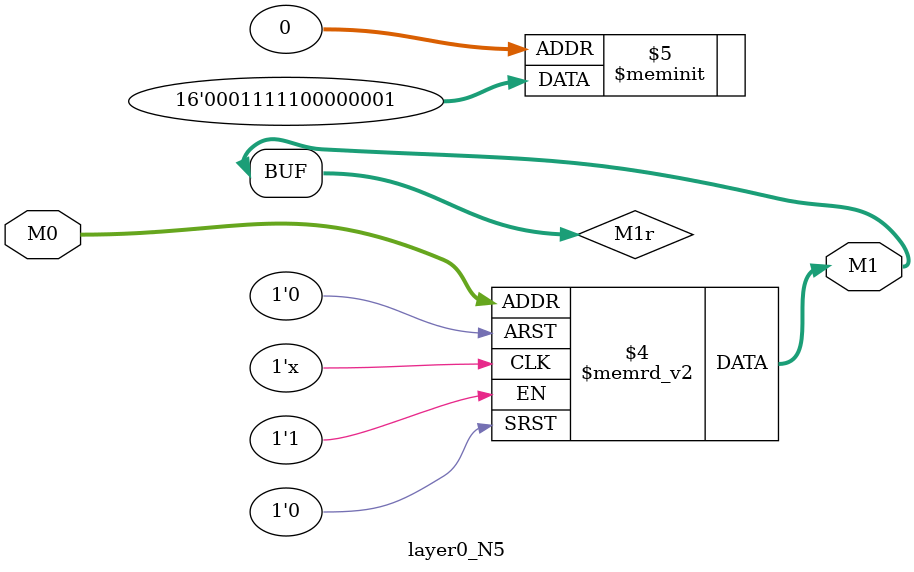
<source format=v>
module layer0_N5 ( input [2:0] M0, output [1:0] M1 );

	(*rom_style = "distributed" *) reg [1:0] M1r;
	assign M1 = M1r;
	always @ (M0) begin
		case (M0)
			3'b000: M1r = 2'b01;
			3'b100: M1r = 2'b11;
			3'b010: M1r = 2'b00;
			3'b110: M1r = 2'b01;
			3'b001: M1r = 2'b00;
			3'b101: M1r = 2'b11;
			3'b011: M1r = 2'b00;
			3'b111: M1r = 2'b00;

		endcase
	end
endmodule

</source>
